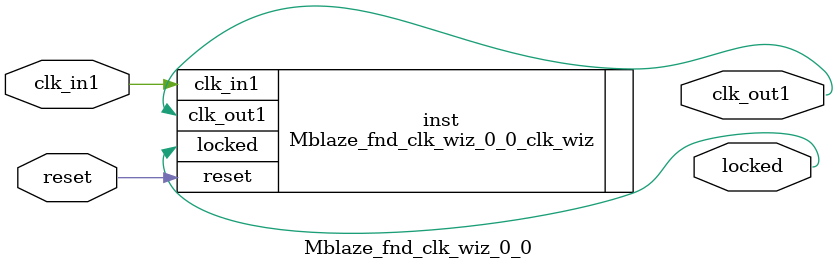
<source format=v>


`timescale 1ps/1ps

(* CORE_GENERATION_INFO = "Mblaze_fnd_clk_wiz_0_0,clk_wiz_v6_0_4_0_0,{component_name=Mblaze_fnd_clk_wiz_0_0,use_phase_alignment=true,use_min_o_jitter=false,use_max_i_jitter=false,use_dyn_phase_shift=false,use_inclk_switchover=false,use_dyn_reconfig=false,enable_axi=0,feedback_source=FDBK_AUTO,PRIMITIVE=MMCM,num_out_clk=1,clkin1_period=10.000,clkin2_period=10.000,use_power_down=false,use_reset=true,use_locked=true,use_inclk_stopped=false,feedback_type=SINGLE,CLOCK_MGR_TYPE=NA,manual_override=false}" *)

module Mblaze_fnd_clk_wiz_0_0 
 (
  // Clock out ports
  output        clk_out1,
  // Status and control signals
  input         reset,
  output        locked,
 // Clock in ports
  input         clk_in1
 );

  Mblaze_fnd_clk_wiz_0_0_clk_wiz inst
  (
  // Clock out ports  
  .clk_out1(clk_out1),
  // Status and control signals               
  .reset(reset), 
  .locked(locked),
 // Clock in ports
  .clk_in1(clk_in1)
  );

endmodule

</source>
